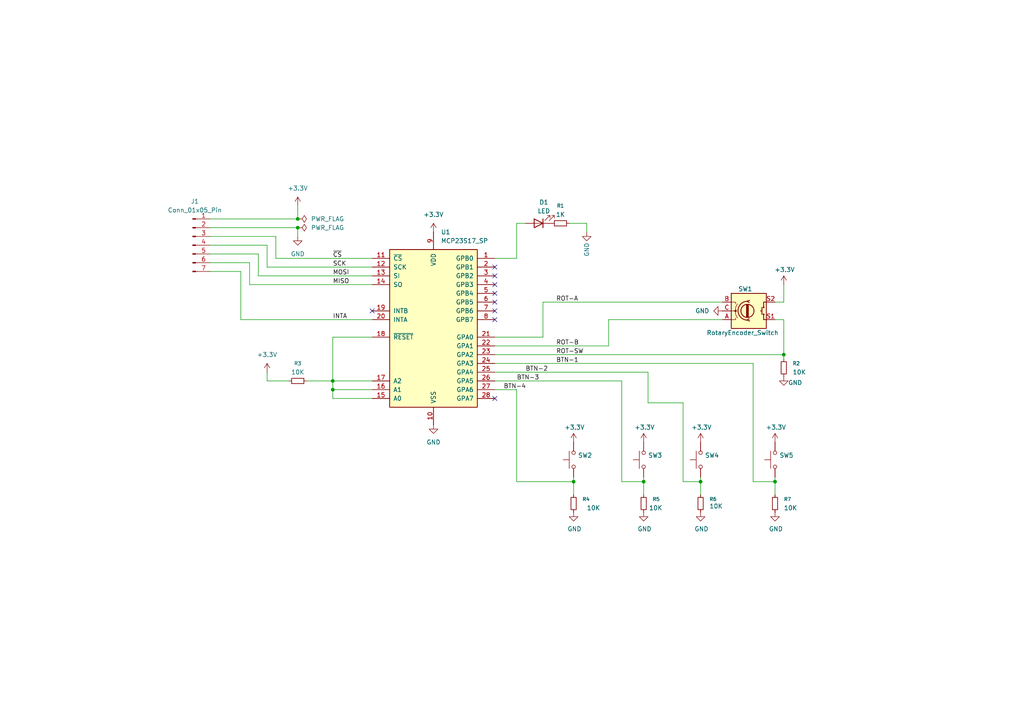
<source format=kicad_sch>
(kicad_sch (version 20250114) (generator "eeschema") (generator_version "9.0")
  (paper "A4")
  (title_block (title "Button Board") (date "2025-06-08") (rev "0.1"))
  (lib_symbols
    (symbol "Connector:Conn_01x07_Pin" (pin_names (offset 1.016) (hide yes))
      (property "Reference" "J" (at 0 10.16 0))
      (property "Value" "Conn_01x07_Pin" (at 0 -10.16 0))
      (symbol "Conn_01x07_Pin_1_1"
        (rectangle (start 0.8636 7.747) (end 0 7.493) (stroke (width 0.1524)) (fill (type outline)))
        (rectangle (start 0.8636 5.207) (end 0 4.953) (stroke (width 0.1524)) (fill (type outline)))
        (rectangle (start 0.8636 2.667) (end 0 2.413) (stroke (width 0.1524)) (fill (type outline)))
        (rectangle (start 0.8636 0.127) (end 0 -0.127) (stroke (width 0.1524)) (fill (type outline)))
        (rectangle (start 0.8636 -2.413) (end 0 -2.667) (stroke (width 0.1524)) (fill (type outline)))
        (rectangle (start 0.8636 -4.953) (end 0 -5.207) (stroke (width 0.1524)) (fill (type outline)))
        (rectangle (start 0.8636 -7.493) (end 0 -7.747) (stroke (width 0.1524)) (fill (type outline)))
        (polyline (pts (xy 1.27 7.62) (xy 0.8636 7.62)) (stroke (width 0.1524)))
        (polyline (pts (xy 1.27 5.08) (xy 0.8636 5.08)) (stroke (width 0.1524)))
        (polyline (pts (xy 1.27 2.54) (xy 0.8636 2.54)) (stroke (width 0.1524)))
        (polyline (pts (xy 1.27 0) (xy 0.8636 0)) (stroke (width 0.1524)))
        (polyline (pts (xy 1.27 -2.54) (xy 0.8636 -2.54)) (stroke (width 0.1524)))
        (polyline (pts (xy 1.27 -5.08) (xy 0.8636 -5.08)) (stroke (width 0.1524)))
        (polyline (pts (xy 1.27 -7.62) (xy 0.8636 -7.62)) (stroke (width 0.1524)))
        (pin passive line (at 5.08 7.62 180) (length 3.81) (name "Pin_1") (number "1"))
        (pin passive line (at 5.08 5.08 180) (length 3.81) (name "Pin_2") (number "2"))
        (pin passive line (at 5.08 2.54 180) (length 3.81) (name "Pin_3") (number "3"))
        (pin passive line (at 5.08 0 180) (length 3.81) (name "Pin_4") (number "4"))
        (pin passive line (at 5.08 -2.54 180) (length 3.81) (name "Pin_5") (number "5"))
        (pin passive line (at 5.08 -5.08 180) (length 3.81) (name "Pin_6") (number "6"))
        (pin passive line (at 5.08 -7.62 180) (length 3.81) (name "Pin_7") (number "7"))
      )
    )
    (symbol "Device:LED" (pin_numbers (hide yes)) (pin_names (offset 1.016) (hide yes))
      (property "Reference" "D" (at 0 2.54 0))
      (property "Value" "LED" (at 0 -2.54 0))
      (symbol "LED_0_1"
        (polyline (pts (xy -3.048 -0.762) (xy -4.572 -2.286) (xy -3.81 -2.286) (xy -4.572 -2.286) (xy -4.572 -1.524)))
        (polyline (pts (xy -1.778 -0.762) (xy -3.302 -2.286) (xy -2.54 -2.286) (xy -3.302 -2.286) (xy -3.302 -1.524)))
        (polyline (pts (xy -1.27 0) (xy 1.27 0)))
        (polyline (pts (xy -1.27 -1.27) (xy -1.27 1.27)) (stroke (width 0.254)))
        (polyline (pts (xy 1.27 -1.27) (xy 1.27 1.27) (xy -1.27 0) (xy 1.27 -1.27)) (stroke (width 0.254)))
      )
      (symbol "LED_1_1"
        (pin passive line (at -3.81 0 0) (length 2.54) (name "K") (number "1"))
        (pin passive line (at 3.81 0 180) (length 2.54) (name "A") (number "2"))
      )
    )
    (symbol "Device:R_Small" (pin_numbers (hide yes)) (pin_names (offset 0.254) (hide yes))
      (property "Reference" "R" (at 0 0 90))
      (property "Value" "R_Small" (at 1.778 0 90))
      (symbol "R_Small_0_1"
        (rectangle (start -0.762 1.778) (end 0.762 -1.778) (stroke (width 0.2032)))
      )
      (symbol "R_Small_1_1"
        (pin passive line (at 0 2.54 270) (length 0.762) (name "~") (number "1"))
        (pin passive line (at 0 -2.54 90) (length 0.762) (name "~") (number "2"))
      )
    )
    (symbol "Device:RotaryEncoder_Switch" (pin_names (offset 0.254) (hide yes))
      (property "Reference" "SW" (at 0 6.604 0))
      (property "Value" "RotaryEncoder_Switch" (at 0 -6.604 0))
      (symbol "RotaryEncoder_Switch_0_1"
        (rectangle (start -5.08 5.08) (end 5.08 -5.08) (stroke (width 0.254)) (fill (type background)))
        (polyline (pts (xy -5.08 2.54) (xy -3.81 2.54) (xy -3.81 2.032)))
        (polyline (pts (xy -5.08 0) (xy -3.81 0) (xy -3.81 -1.016) (xy -3.302 -2.032)))
        (polyline (pts (xy -5.08 -2.54) (xy -3.81 -2.54) (xy -3.81 -2.032)))
        (polyline (pts (xy -4.318 0) (xy -3.81 0) (xy -3.81 1.016) (xy -3.302 2.032)))
        (circle (center -3.81 0) (radius 0.254) (fill (type outline)))
        (polyline (pts (xy -0.635 -1.778) (xy -0.635 1.778)) (stroke (width 0.254)))
        (circle (center -0.381 0) (radius 1.905) (stroke (width 0.254)))
        (polyline (pts (xy -0.381 -1.778) (xy -0.381 1.778)) (stroke (width 0.254)))
        (arc (start -0.381 -2.794) (mid -3.0988 -0.0635) (end -0.381 2.667) (stroke (width 0.254)))
        (polyline (pts (xy -0.127 1.778) (xy -0.127 -1.778)) (stroke (width 0.254)))
        (polyline (pts (xy 0.254 2.921) (xy -0.508 2.667) (xy 0.127 2.286)) (stroke (width 0.254)))
        (polyline (pts (xy 0.254 -3.048) (xy -0.508 -2.794) (xy 0.127 -2.413)) (stroke (width 0.254)))
        (polyline (pts (xy 3.81 1.016) (xy 3.81 -1.016)) (stroke (width 0.254)))
        (polyline (pts (xy 3.81 0) (xy 3.429 0)) (stroke (width 0.254)))
        (circle (center 4.318 1.016) (radius 0.127) (stroke (width 0.254)))
        (circle (center 4.318 -1.016) (radius 0.127) (stroke (width 0.254)))
        (polyline (pts (xy 5.08 2.54) (xy 4.318 2.54) (xy 4.318 1.016)) (stroke (width 0.254)))
        (polyline (pts (xy 5.08 -2.54) (xy 4.318 -2.54) (xy 4.318 -1.016)) (stroke (width 0.254)))
      )
      (symbol "RotaryEncoder_Switch_1_1"
        (pin passive line (at -7.62 2.54 0) (length 2.54) (name "A") (number "A"))
        (pin passive line (at -7.62 0 0) (length 2.54) (name "C") (number "C"))
        (pin passive line (at -7.62 -2.54 0) (length 2.54) (name "B") (number "B"))
        (pin passive line (at 7.62 2.54 180) (length 2.54) (name "S1") (number "S1"))
        (pin passive line (at 7.62 -2.54 180) (length 2.54) (name "S2") (number "S2"))
      )
    )
    (symbol "Interface_Expansion:MCP23S17_SP" (pin_names (offset 1.016))
      (property "Reference" "U" (at -11.43 24.13 0))
      (property "Value" "MCP23S17_SP" (at 0 0 0))
      (symbol "MCP23S17_SP_0_1"
        (rectangle (start -12.7 22.86) (end 12.7 -22.86) (stroke (width 0.254)) (fill (type background)))
      )
      (symbol "MCP23S17_SP_1_1"
        (pin input line (at -17.78 20.32 0) (length 5.08) (name "~{CS}") (number "11"))
        (pin input line (at -17.78 17.78 0) (length 5.08) (name "SCK") (number "12"))
        (pin input line (at -17.78 15.24 0) (length 5.08) (name "SI") (number "13"))
        (pin output line (at -17.78 12.7 0) (length 5.08) (name "SO") (number "14"))
        (pin tri_state line (at -17.78 5.08 0) (length 5.08) (name "INTB") (number "19"))
        (pin tri_state line (at -17.78 2.54 0) (length 5.08) (name "INTA") (number "20"))
        (pin input line (at -17.78 -2.54 0) (length 5.08) (name "~{RESET}") (number "18"))
        (pin input line (at -17.78 -15.24 0) (length 5.08) (name "A2") (number "17"))
        (pin input line (at -17.78 -17.78 0) (length 5.08) (name "A1") (number "16"))
        (pin input line (at -17.78 -20.32 0) (length 5.08) (name "A0") (number "15"))
        (pin power_in line (at 0 27.94 270) (length 5.08) (name "VDD") (number "9"))
        (pin power_in line (at 0 -27.94 90) (length 5.08) (name "VSS") (number "10"))
        (pin bidirectional line (at 17.78 20.32 180) (length 5.08) (name "GPB0") (number "1"))
        (pin bidirectional line (at 17.78 17.78 180) (length 5.08) (name "GPB1") (number "2"))
        (pin bidirectional line (at 17.78 15.24 180) (length 5.08) (name "GPB2") (number "3"))
        (pin bidirectional line (at 17.78 12.7 180) (length 5.08) (name "GPB3") (number "4"))
        (pin bidirectional line (at 17.78 10.16 180) (length 5.08) (name "GPB4") (number "5"))
        (pin bidirectional line (at 17.78 7.62 180) (length 5.08) (name "GPB5") (number "6"))
        (pin bidirectional line (at 17.78 5.08 180) (length 5.08) (name "GPB6") (number "7"))
        (pin bidirectional line (at 17.78 2.54 180) (length 5.08) (name "GPB7") (number "8"))
        (pin bidirectional line (at 17.78 -2.54 180) (length 5.08) (name "GPA0") (number "21"))
        (pin bidirectional line (at 17.78 -5.08 180) (length 5.08) (name "GPA1") (number "22"))
        (pin bidirectional line (at 17.78 -7.62 180) (length 5.08) (name "GPA2") (number "23"))
        (pin bidirectional line (at 17.78 -10.16 180) (length 5.08) (name "GPA3") (number "24"))
        (pin bidirectional line (at 17.78 -12.7 180) (length 5.08) (name "GPA4") (number "25"))
        (pin bidirectional line (at 17.78 -15.24 180) (length 5.08) (name "GPA5") (number "26"))
        (pin bidirectional line (at 17.78 -17.78 180) (length 5.08) (name "GPA6") (number "27"))
        (pin bidirectional line (at 17.78 -20.32 180) (length 5.08) (name "GPA7") (number "28"))
      )
    )
    (symbol "Switch:SW_Push" (pin_numbers (hide yes)) (pin_names (offset 1.016) (hide yes))
      (property "Reference" "SW" (at 1.27 2.54 0))
      (property "Value" "SW_Push" (at 0 -1.524 0))
      (symbol "SW_Push_0_1"
        (circle (center -2.032 0) (radius 0.508))
        (polyline (pts (xy 0 1.27) (xy 0 3.048)))
        (circle (center 2.032 0) (radius 0.508))
        (polyline (pts (xy 2.54 1.27) (xy -2.54 1.27)))
        (pin passive line (at -5.08 0 0) (length 2.54) (name "1") (number "1"))
        (pin passive line (at 5.08 0 180) (length 2.54) (name "2") (number "2"))
      )
    )
    (symbol "power:+3.3V" (power) (pin_numbers (hide yes)) (pin_names (offset 0) (hide yes))
      (property "Value" "+3.3V" (at 0 3.556 0))
      (symbol "+3.3V_0_1"
        (polyline (pts (xy -0.762 1.27) (xy 0 2.54)))
        (polyline (pts (xy 0 2.54) (xy 0.762 1.27)))
        (polyline (pts (xy 0 0) (xy 0 2.54)))
      )
      (symbol "+3.3V_1_1"
        (pin power_in line (at 0 0 90) (length 0) (name "~") (number "1"))
      )
    )
    (symbol "power:GND" (power) (pin_numbers (hide yes)) (pin_names (offset 0) (hide yes))
      (property "Value" "GND" (at 0 -3.81 0))
      (symbol "GND_0_1"
        (polyline (pts (xy 0 0) (xy 0 -1.27) (xy 1.27 -1.27) (xy 0 -2.54) (xy -1.27 -1.27) (xy 0 -1.27)))
      )
      (symbol "GND_1_1"
        (pin power_in line (at 0 0 270) (length 0) (name "~") (number "1"))
      )
    )
    (symbol "power:PWR_FLAG" (power) (pin_numbers (hide yes)) (pin_names (offset 0) (hide yes))
      (property "Value" "PWR_FLAG" (at 0 3.81 0))
      (symbol "PWR_FLAG_0_0"
        (pin power_out line (at 0 0 90) (length 0) (name "~") (number "1"))
      )
      (symbol "PWR_FLAG_0_1"
        (polyline (pts (xy 0 0) (xy 0 1.27) (xy -1.016 1.905) (xy 0 2.54) (xy 1.016 1.905) (xy 0 1.27)))
      )
    )
  )
  (junction (at 96.52 110.49))
  (junction (at 186.69 139.7))
  (junction (at 224.79 139.7))
  (junction (at 96.52 113.03))
  (junction (at 166.37 139.7))
  (junction (at 227.33 102.87))
  (junction (at 86.36 66.04))
  (junction (at 203.2 139.7))
  (junction (at 86.36 63.5))
  (no_connect (at 143.51 82.55))
  (no_connect (at 143.51 77.47))
  (no_connect (at 143.51 85.09))
  (no_connect (at 143.51 92.71))
  (no_connect (at 143.51 115.57))
  (no_connect (at 143.51 80.01))
  (no_connect (at 143.51 87.63))
  (no_connect (at 143.51 90.17))
  (no_connect (at 107.95 90.17))
  (wire (pts (xy 143.51 74.93) (xy 149.86 74.93)))
  (wire (pts (xy 77.47 71.12) (xy 77.47 77.47)))
  (wire (pts (xy 72.39 82.55) (xy 107.95 82.55)))
  (wire (pts (xy 96.52 115.57) (xy 107.95 115.57)))
  (wire (pts (xy 74.93 73.66) (xy 74.93 80.01)))
  (wire (pts (xy 198.12 139.7) (xy 198.12 116.84)))
  (wire (pts (xy 180.34 139.7) (xy 186.69 139.7)))
  (wire (pts (xy 227.33 102.87) (xy 227.33 104.14)))
  (wire (pts (xy 203.2 139.7) (xy 203.2 143.51)))
  (wire (pts (xy 86.36 66.04) (xy 86.36 68.58)))
  (wire (pts (xy 224.79 92.71) (xy 227.33 92.71)))
  (wire (pts (xy 96.52 110.49) (xy 107.95 110.49)))
  (wire (pts (xy 149.86 113.03) (xy 149.86 139.7)))
  (wire (pts (xy 166.37 139.7) (xy 166.37 138.43)))
  (wire (pts (xy 203.2 138.43) (xy 203.2 139.7)))
  (wire (pts (xy 157.48 97.79) (xy 143.51 97.79)))
  (wire (pts (xy 218.44 139.7) (xy 218.44 105.41)))
  (wire (pts (xy 143.51 110.49) (xy 180.34 110.49)))
  (wire (pts (xy 60.96 66.04) (xy 86.36 66.04)))
  (wire (pts (xy 186.69 139.7) (xy 186.69 143.51)))
  (wire (pts (xy 149.86 139.7) (xy 166.37 139.7)))
  (wire (pts (xy 60.96 63.5) (xy 86.36 63.5)))
  (wire (pts (xy 166.37 143.51) (xy 166.37 139.7)))
  (wire (pts (xy 60.96 68.58) (xy 80.01 68.58)))
  (wire (pts (xy 96.52 97.79) (xy 107.95 97.79)))
  (wire (pts (xy 224.79 139.7) (xy 218.44 139.7)))
  (wire (pts (xy 60.96 76.2) (xy 72.39 76.2)))
  (wire (pts (xy 176.53 92.71) (xy 176.53 100.33)))
  (wire (pts (xy 187.96 107.95) (xy 143.51 107.95)))
  (wire (pts (xy 96.52 113.03) (xy 107.95 113.03)))
  (wire (pts (xy 224.79 87.63) (xy 227.33 87.63)))
  (wire (pts (xy 69.85 78.74) (xy 69.85 92.71)))
  (wire (pts (xy 157.48 87.63) (xy 157.48 97.79)))
  (wire (pts (xy 96.52 97.79) (xy 96.52 110.49)))
  (wire (pts (xy 224.79 138.43) (xy 224.79 139.7)))
  (wire (pts (xy 69.85 92.71) (xy 107.95 92.71)))
  (wire (pts (xy 149.86 64.77) (xy 149.86 74.93)))
  (wire (pts (xy 96.52 110.49) (xy 96.52 113.03)))
  (wire (pts (xy 170.18 67.31) (xy 170.18 64.77)))
  (wire (pts (xy 60.96 78.74) (xy 69.85 78.74)))
  (wire (pts (xy 96.52 113.03) (xy 96.52 115.57)))
  (wire (pts (xy 198.12 116.84) (xy 187.96 116.84)))
  (wire (pts (xy 203.2 139.7) (xy 198.12 139.7)))
  (wire (pts (xy 176.53 100.33) (xy 143.51 100.33)))
  (wire (pts (xy 180.34 110.49) (xy 180.34 139.7)))
  (wire (pts (xy 60.96 73.66) (xy 74.93 73.66)))
  (wire (pts (xy 170.18 64.77) (xy 165.1 64.77)))
  (wire (pts (xy 149.86 64.77) (xy 152.4 64.77)))
  (wire (pts (xy 74.93 80.01) (xy 107.95 80.01)))
  (wire (pts (xy 187.96 107.95) (xy 187.96 116.84)))
  (wire (pts (xy 186.69 138.43) (xy 186.69 139.7)))
  (wire (pts (xy 143.51 102.87) (xy 227.33 102.87)))
  (wire (pts (xy 77.47 77.47) (xy 107.95 77.47)))
  (wire (pts (xy 143.51 113.03) (xy 149.86 113.03)))
  (wire (pts (xy 224.79 139.7) (xy 224.79 143.51)))
  (wire (pts (xy 157.48 87.63) (xy 209.55 87.63)))
  (wire (pts (xy 77.47 107.95) (xy 77.47 110.49)))
  (wire (pts (xy 80.01 68.58) (xy 80.01 74.93)))
  (wire (pts (xy 227.33 82.55) (xy 227.33 87.63)))
  (wire (pts (xy 227.33 102.87) (xy 227.33 92.71)))
  (wire (pts (xy 88.9 110.49) (xy 96.52 110.49)))
  (wire (pts (xy 209.55 92.71) (xy 176.53 92.71)))
  (wire (pts (xy 80.01 74.93) (xy 107.95 74.93)))
  (wire (pts (xy 86.36 59.69) (xy 86.36 63.5)))
  (wire (pts (xy 77.47 110.49) (xy 83.82 110.49)))
  (wire (pts (xy 143.51 105.41) (xy 218.44 105.41)))
  (wire (pts (xy 72.39 76.2) (xy 72.39 82.55)))
  (wire (pts (xy 60.96 71.12) (xy 77.47 71.12)))
  (label "MOSI" (at 96.52 80.01 0))
  (label "INTA" (at 96.52 92.71 0))
  (label "MISO" (at 96.52 82.55 0))
  (label "BTN-2" (at 152.4 107.95 0))
  (label "BTN-4" (at 146.05 113.03 0))
  (label "ROT-B" (at 161.29 100.33 0))
  (label "BTN-1" (at 161.29 105.41 0))
  (label "~{CS}" (at 96.52 74.93 0))
  (label "SCK" (at 96.52 77.47 0))
  (label "ROT-A" (at 161.29 87.63 0))
  (label "BTN-3" (at 149.86 110.49 0))
  (label "ROT-SW" (at 161.29 102.87 0))
  (symbol (lib_id "Connector:Conn_01x07_Pin") (at 55.88 71.12 0) (unit 1)
    (property "Reference" "J1" (at 56.515 58.42 0))
    (property "Value" "Conn_01x05_Pin" (at 56.515 60.96 0))
    (property "Footprint" "Connector_PinHeader_2.54mm:PinHeader_1x07_P2.54mm_Vertical" (effects (hide yes)))
    (property "Description" "Generic connector, single row, 01x07, script generated" (effects (hide yes)))
  )
  (symbol (lib_id "Device:RotaryEncoder_Switch") (at 217.17 90.17 0) (mirror x) (unit 1)
    (property "Reference" "SW1" (at 216.154 83.82 0))
    (property "Value" "RotaryEncoder_Switch" (at 215.392 96.52 0))
    (property "Footprint" "Rotary_Encoder:RotaryEncoder_Alps_EC11E-Switch_Vertical_H20mm" (effects (hide yes)))
    (property "Description" "Rotary encoder, dual channel, incremental quadrate outputs, with switch" (effects (hide yes)))
  )
  (symbol (lib_id "power:GND") (at 209.55 90.17 270) (unit 1)
    (property "Reference" "#PWR06" (effects (hide yes)))
    (property "Value" "GND" (at 205.74 90.1699 90) (effects (justify right)))
    (property "Description" "Power symbol creates a global label with name \"GND\" , ground" (effects (hide yes)))
  )
  (symbol (lib_id "power:+3.3V") (at 77.47 107.95 0) (unit 1)
    (property "Reference" "#PWR07" (effects (hide yes)))
    (property "Value" "+3.3V" (at 77.47 102.87 0))
    (property "Description" "Power symbol creates a global label with name \"+3.3V\"" (effects (hide yes)))
  )
  (symbol (lib_id "Switch:SW_Push") (at 166.37 133.35 90) (unit 1)
    (property "Reference" "SW2" (at 167.64 132.0799 90) (effects (justify right)))
    (property "Value" "SW_Push" (effects (hide yes)))
    (property "Footprint" "Button_Switch_THT:SW_Tactile_Straight_KSA0Axx1LFTR" (effects (hide yes)))
    (property "Description" "Push button switch, generic, two pins" (effects (hide yes)))
  )
  (symbol (lib_id "power:+3.3V") (at 203.2 128.27 0) (unit 1)
    (property "Reference" "#PWR012" (effects (hide yes)))
    (property "Value" "+3.3V" (at 203.454 123.952 0))
    (property "Description" "Power symbol creates a global label with name \"+3.3V\"" (effects (hide yes)))
  )
  (symbol (lib_id "power:+3.3V") (at 125.73 67.31 0) (unit 1)
    (property "Reference" "#PWR02" (effects (hide yes)))
    (property "Value" "+3.3V" (at 125.73 62.23 0))
    (property "Description" "Power symbol creates a global label with name \"+3.3V\"" (effects (hide yes)))
  )
  (symbol (lib_id "power:+3.3V") (at 227.33 82.55 0) (unit 1)
    (property "Reference" "#PWR05" (effects (hide yes)))
    (property "Value" "+3.3V" (at 227.584 78.232 0))
    (property "Description" "Power symbol creates a global label with name \"+3.3V\"" (effects (hide yes)))
  )
  (symbol (lib_id "power:GND") (at 186.69 148.59 0) (unit 1)
    (property "Reference" "#PWR015" (effects (hide yes)))
    (property "Value" "GND" (at 186.944 153.416 0))
    (property "Description" "Power symbol creates a global label with name \"GND\" , ground" (effects (hide yes)))
  )
  (symbol (lib_id "Device:R_Small") (at 227.33 106.68 0) (unit 1)
    (property "Reference" "R2" (at 229.87 105.4099 0) (effects (font (size 1.016 1.016)) (justify left)))
    (property "Value" "10K" (at 229.87 107.9499 0) (effects (justify left)))
    (property "Footprint" "Resistor_THT:R_Axial_DIN0207_L6.3mm_D2.5mm_P5.08mm_Vertical" (effects (hide yes)))
    (property "Description" "Resistor, small symbol" (effects (hide yes)))
  )
  (symbol (lib_id "Device:R_Small") (at 166.37 146.05 0) (unit 1)
    (property "Reference" "R4" (at 168.91 144.7799 0) (effects (font (size 1.016 1.016)) (justify left)))
    (property "Value" "10K" (at 170.18 147.3199 0) (effects (justify left)))
    (property "Footprint" "Resistor_THT:R_Axial_DIN0207_L6.3mm_D2.5mm_P5.08mm_Vertical" (effects (hide yes)))
    (property "Description" "Resistor, small symbol" (effects (hide yes)))
  )
  (symbol (lib_id "power:GND") (at 203.2 148.59 0) (unit 1)
    (property "Reference" "#PWR016" (effects (hide yes)))
    (property "Value" "GND" (at 203.454 153.416 0))
    (property "Description" "Power symbol creates a global label with name \"GND\" , ground" (effects (hide yes)))
  )
  (symbol (lib_id "power:GND") (at 166.37 148.59 0) (unit 1)
    (property "Reference" "#PWR014" (effects (hide yes)))
    (property "Value" "GND" (at 166.624 153.416 0))
    (property "Description" "Power symbol creates a global label with name \"GND\" , ground" (effects (hide yes)))
  )
  (symbol (lib_id "power:+3.3V") (at 224.79 128.27 0) (unit 1)
    (property "Reference" "#PWR013" (effects (hide yes)))
    (property "Value" "+3.3V" (at 225.044 123.952 0))
    (property "Description" "Power symbol creates a global label with name \"+3.3V\"" (effects (hide yes)))
  )
  (symbol (lib_id "power:GND") (at 125.73 123.19 0) (unit 1)
    (property "Reference" "#PWR09" (effects (hide yes)))
    (property "Value" "GND" (at 125.73 128.27 0))
    (property "Description" "Power symbol creates a global label with name \"GND\" , ground" (effects (hide yes)))
  )
  (symbol (lib_id "power:GND") (at 170.18 67.31 0) (unit 1)
    (property "Reference" "#PWR03" (effects (hide yes)))
    (property "Value" "GND" (at 170.18 70.358 90) (effects (justify right)))
    (property "Description" "Power symbol creates a global label with name \"GND\" , ground" (effects (hide yes)))
  )
  (symbol (lib_id "Device:R_Small") (at 224.79 146.05 0) (unit 1)
    (property "Reference" "R7" (at 227.33 144.7799 0) (effects (font (size 1.016 1.016)) (justify left)))
    (property "Value" "10K" (at 227.33 147.3199 0) (effects (justify left)))
    (property "Footprint" "Resistor_THT:R_Axial_DIN0207_L6.3mm_D2.5mm_P5.08mm_Vertical" (effects (hide yes)))
    (property "Description" "Resistor, small symbol" (effects (hide yes)))
  )
  (symbol (lib_id "power:+3.3V") (at 186.69 128.27 0) (unit 1)
    (property "Reference" "#PWR011" (effects (hide yes)))
    (property "Value" "+3.3V" (at 186.944 123.952 0))
    (property "Description" "Power symbol creates a global label with name \"+3.3V\"" (effects (hide yes)))
  )
  (symbol (lib_id "Device:R_Small") (at 86.36 110.49 90) (unit 1)
    (property "Reference" "R3" (at 86.36 105.41 90) (effects (font (size 1.016 1.016))))
    (property "Value" "10K" (at 86.36 107.95 90))
    (property "Footprint" "Resistor_THT:R_Axial_DIN0207_L6.3mm_D2.5mm_P5.08mm_Vertical" (effects (hide yes)))
    (property "Description" "Resistor, small symbol" (effects (hide yes)))
  )
  (symbol (lib_id "Switch:SW_Push") (at 224.79 133.35 90) (unit 1)
    (property "Reference" "SW5" (at 226.06 132.0799 90) (effects (justify right)))
    (property "Value" "SW_Push" (effects (hide yes)))
    (property "Footprint" "Button_Switch_THT:SW_Tactile_Straight_KSA0Axx1LFTR" (effects (hide yes)))
    (property "Description" "Push button switch, generic, two pins" (effects (hide yes)))
  )
  (symbol (lib_id "power:GND") (at 224.79 148.59 0) (unit 1)
    (property "Reference" "#PWR017" (effects (hide yes)))
    (property "Value" "GND" (at 225.044 153.416 0))
    (property "Description" "Power symbol creates a global label with name \"GND\" , ground" (effects (hide yes)))
  )
  (symbol (lib_id "power:+3.3V") (at 166.37 128.27 0) (unit 1)
    (property "Reference" "#PWR010" (effects (hide yes)))
    (property "Value" "+3.3V" (at 166.624 123.952 0))
    (property "Description" "Power symbol creates a global label with name \"+3.3V\"" (effects (hide yes)))
  )
  (symbol (lib_id "Switch:SW_Push") (at 186.69 133.35 90) (unit 1)
    (property "Reference" "SW3" (at 187.96 132.0799 90) (effects (justify right)))
    (property "Value" "SW_Push" (effects (hide yes)))
    (property "Footprint" "Button_Switch_THT:SW_Tactile_Straight_KSA0Axx1LFTR" (effects (hide yes)))
    (property "Description" "Push button switch, generic, two pins" (effects (hide yes)))
  )
  (symbol (lib_id "power:GND") (at 227.33 109.22 0) (unit 1)
    (property "Reference" "#PWR08" (effects (hide yes)))
    (property "Value" "GND" (at 230.632 110.998 0))
    (property "Description" "Power symbol creates a global label with name \"GND\" , ground" (effects (hide yes)))
  )
  (symbol (lib_id "Interface_Expansion:MCP23S17_SP") (at 125.73 95.25 0) (unit 1)
    (property "Reference" "U1" (at 127.8733 67.31 0) (effects (justify left)))
    (property "Value" "MCP23S17_SP" (at 127.8733 69.85 0) (effects (justify left)))
    (property "Footprint" "Package_DIP:DIP-28_W7.62mm" (effects (hide yes)))
    (property "Datasheet" "http://ww1.microchip.com/downloads/en/DeviceDoc/20001952C.pdf" (effects (hide yes)))
    (property "Description" "16-bit I/O expander, SPI, interrupts, w pull-ups, SPDIP-28" (effects (hide yes)))
  )
  (symbol (lib_id "power:PWR_FLAG") (at 86.36 63.5 270) (unit 1)
    (property "Reference" "#FLG01" (effects (hide yes)))
    (property "Value" "PWR_FLAG" (at 90.17 63.4999 90) (effects (justify left)))
    (property "Description" "Special symbol for telling ERC where power comes from" (effects (hide yes)))
  )
  (symbol (lib_id "Switch:SW_Push") (at 203.2 133.35 90) (unit 1)
    (property "Reference" "SW4" (at 204.47 132.0799 90) (effects (justify right)))
    (property "Value" "SW_Push" (effects (hide yes)))
    (property "Footprint" "Button_Switch_THT:SW_Tactile_Straight_KSA0Axx1LFTR" (effects (hide yes)))
    (property "Description" "Push button switch, generic, two pins" (effects (hide yes)))
  )
  (symbol (lib_id "power:+3.3V") (at 86.36 59.69 0) (unit 1)
    (property "Reference" "#PWR01" (effects (hide yes)))
    (property "Value" "+3.3V" (at 86.36 54.61 0))
    (property "Description" "Power symbol creates a global label with name \"+3.3V\"" (effects (hide yes)))
  )
  (symbol (lib_id "Device:R_Small") (at 186.69 146.05 0) (unit 1)
    (property "Reference" "R5" (at 189.23 144.7799 0) (effects (font (size 1.016 1.016)) (justify left)))
    (property "Value" "10K" (at 188.214 147.32 0) (effects (justify left)))
    (property "Footprint" "Resistor_THT:R_Axial_DIN0207_L6.3mm_D2.5mm_P5.08mm_Vertical" (effects (hide yes)))
    (property "Description" "Resistor, small symbol" (effects (hide yes)))
  )
  (symbol (lib_id "power:PWR_FLAG") (at 86.36 66.04 270) (unit 1)
    (property "Reference" "#FLG02" (effects (hide yes)))
    (property "Value" "PWR_FLAG" (at 90.17 66.0399 90) (effects (justify left)))
    (property "Description" "Special symbol for telling ERC where power comes from" (effects (hide yes)))
  )
  (symbol (lib_id "Device:R_Small") (at 203.2 146.05 0) (unit 1)
    (property "Reference" "R6" (at 205.74 144.7799 0) (effects (font (size 1.016 1.016)) (justify left)))
    (property "Value" "10K" (at 205.74 146.812 0) (effects (justify left)))
    (property "Footprint" "Resistor_THT:R_Axial_DIN0207_L6.3mm_D2.5mm_P5.08mm_Vertical" (effects (hide yes)))
    (property "Description" "Resistor, small symbol" (effects (hide yes)))
  )
  (symbol (lib_id "power:GND") (at 86.36 68.58 0) (unit 1)
    (property "Reference" "#PWR04" (effects (hide yes)))
    (property "Value" "GND" (at 86.36 73.66 0))
    (property "Description" "Power symbol creates a global label with name \"GND\" , ground" (effects (hide yes)))
  )
  (symbol (lib_id "Device:LED") (at 156.21 64.77 180) (unit 1)
    (property "Reference" "D1" (at 157.734 58.674 0))
    (property "Value" "LED" (at 157.734 61.214 0))
    (property "Footprint" "Diode_THT:D_T-1_P2.54mm_Vertical_AnodeUp" (effects (hide yes)))
    (property "Description" "Light emitting diode" (effects (hide yes)))
    (property "Sim.Pins" "1=K 2=A" (effects (hide yes)))
  )
  (symbol (lib_id "Device:R_Small") (at 162.56 64.77 90) (unit 1)
    (property "Reference" "R1" (at 162.56 59.69 90) (effects (font (size 1.016 1.016))))
    (property "Value" "1K" (at 162.56 62.23 90))
    (property "Footprint" "Resistor_THT:R_Axial_DIN0207_L6.3mm_D2.5mm_P5.08mm_Vertical" (effects (hide yes)))
    (property "Description" "Resistor, small symbol" (effects (hide yes)))
  )
)
</source>
